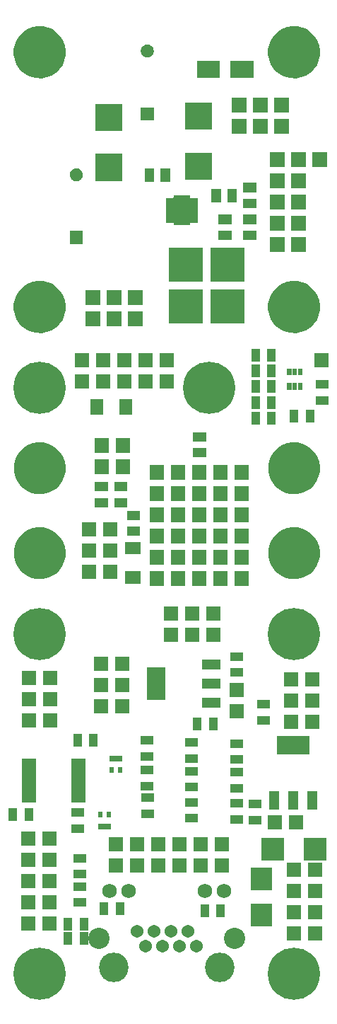
<source format=gbr>
G75*
G71*
%MOMM*%
%OFA0B0*%
%FSLAX53Y53*%
%IPPOS*%
%LPD*%
%ADD11R,1.12900X1.63700*%
%ADD15C,0.30000*%
%ADD16R,2.79016X2.73936*%
%ADD25C,0.50000*%
%ADD33R,1.54048X1.93926*%
%ADD36R,1.76400X1.76400*%
%ADD37R,1.25600X2.27200*%
%ADD40R,2.27200X1.25600*%
%ADD41C,1.54000*%
%ADD43R,0.53972X0.68958*%
%ADD46R,3.89760X2.27200*%
%ADD47C,1.74000*%
%ADD48C,6.24000*%
%ADD51R,1.63700X1.12900*%
%ADD52R,1.74000X0.69000*%
%ADD53C,2.54000*%
%ADD59R,2.54124X2.73936*%
%ADD60C,3.54000*%
%ADD63R,2.27200X3.89760*%
X0000000Y0000000D02*
G01*
D15*
D60*
X0013716Y0005588D03*
X0026416Y0005588D03*
D53*
X0028196Y0009018D03*
X0011936Y0009018D03*
D41*
X0017526Y0008128D03*
X0019556Y0008128D03*
X0021586Y0008128D03*
X0023616Y0008128D03*
X0016506Y0009908D03*
X0018536Y0009908D03*
X0020566Y0009908D03*
X0022596Y0009908D03*
D47*
X0026926Y0014728D03*
X0024636Y0014728D03*
X0015496Y0014728D03*
X0013206Y0014728D03*
D36*
X0035306Y0017272D03*
X0037846Y0017272D03*
X0035306Y0014732D03*
X0037846Y0014732D03*
X0035306Y0012192D03*
X0037846Y0012192D03*
X0035306Y0009652D03*
X0037846Y0009652D03*
D51*
X0030607Y0025083D03*
X0030607Y0023178D03*
X0031623Y0035116D03*
X0031623Y0037021D03*
D11*
X0025591Y0034671D03*
X0023686Y0034671D03*
D51*
X0028448Y0040831D03*
X0028448Y0042736D03*
D11*
X0003493Y0023876D03*
X0001588Y0023876D03*
D36*
X0013970Y0017780D03*
X0013970Y0020320D03*
X0016510Y0017780D03*
X0016510Y0020320D03*
X0019050Y0017780D03*
X0019050Y0020320D03*
X0021590Y0017780D03*
X0021590Y0020320D03*
X0024130Y0017780D03*
X0024130Y0020320D03*
X0026670Y0017780D03*
X0026670Y0020320D03*
X0034925Y0040005D03*
X0037465Y0040005D03*
X0034925Y0037465D03*
X0037465Y0037465D03*
X0034925Y0034925D03*
X0037465Y0034925D03*
X0028448Y0038735D03*
X0028448Y0036195D03*
X0014732Y0036830D03*
X0014732Y0039370D03*
X0014732Y0041910D03*
X0020574Y0045339D03*
X0020574Y0047879D03*
X0023114Y0045339D03*
X0023114Y0047879D03*
X0025654Y0045339D03*
X0025654Y0047879D03*
X0003493Y0037656D03*
X0006033Y0037656D03*
X0005969Y0020955D03*
X0003429Y0020955D03*
X0005969Y0013335D03*
X0003429Y0013335D03*
X0005969Y0015875D03*
X0003429Y0015875D03*
X0005969Y0018415D03*
X0003429Y0018415D03*
X0005969Y0010795D03*
X0003429Y0010795D03*
D48*
X0004826Y0045466D03*
X0035306Y0004826D03*
X0004826Y0004826D03*
X0035306Y0045466D03*
D11*
X0024575Y0012319D03*
X0026480Y0012319D03*
X0014415Y0012573D03*
X0012510Y0012573D03*
D51*
X0017704Y0032703D03*
X0017704Y0030798D03*
X0017691Y0029159D03*
X0017691Y0027254D03*
X0017717Y0025845D03*
X0017717Y0023940D03*
X0023012Y0032474D03*
X0023012Y0030569D03*
X0023012Y0029045D03*
X0023012Y0027140D03*
X0023012Y0025311D03*
X0023012Y0023406D03*
X0028448Y0032347D03*
X0028448Y0030442D03*
X0028448Y0028918D03*
X0028448Y0027013D03*
X0028448Y0025184D03*
X0028448Y0023279D03*
D11*
X0009335Y0032703D03*
X0011240Y0032703D03*
D51*
X0009622Y0016734D03*
X0009622Y0018639D03*
D46*
X0035179Y0032131D03*
D37*
X0035179Y0025527D03*
X0032893Y0025527D03*
X0037465Y0025527D03*
D63*
X0018796Y0039497D03*
D40*
X0025400Y0039497D03*
X0025400Y0037211D03*
X0025400Y0041783D03*
D52*
X0003552Y0025665D03*
X0003552Y0026315D03*
X0003552Y0026965D03*
X0003552Y0027615D03*
X0003552Y0028265D03*
X0003552Y0028915D03*
X0003552Y0029565D03*
X0003552Y0030215D03*
X0009452Y0030215D03*
X0009452Y0029565D03*
X0009452Y0028915D03*
X0009452Y0028265D03*
X0009452Y0027615D03*
X0009452Y0026965D03*
X0009452Y0026315D03*
X0009452Y0025665D03*
D16*
X0037831Y0019685D03*
X0032781Y0019685D03*
D51*
X0009398Y0024067D03*
X0009398Y0022162D03*
D43*
X0013073Y0022413D03*
X0012073Y0022413D03*
X0013073Y0023815D03*
X0012573Y0022413D03*
X0012073Y0023815D03*
X0013470Y0030546D03*
X0014470Y0030546D03*
X0013470Y0029144D03*
X0013970Y0030546D03*
X0014470Y0029144D03*
D36*
X0012192Y0036830D03*
X0012192Y0039370D03*
X0012192Y0041910D03*
X0032957Y0022924D03*
X0035497Y0022924D03*
D51*
X0009589Y0015240D03*
X0009589Y0013335D03*
D36*
X0006033Y0035116D03*
X0003493Y0035116D03*
D11*
X0010097Y0009017D03*
X0008192Y0009017D03*
X0008192Y0010732D03*
X0010097Y0010732D03*
D36*
X0006045Y0040183D03*
X0003505Y0040183D03*
D59*
X0031394Y0011821D03*
X0031394Y0016119D03*
X0000000Y0050292D02*
G01*
D25*
G36*
X0032208Y0055444D02*
X0032330Y0056039D01*
X0032566Y0056600D01*
X0032906Y0057104D01*
X0033337Y0057532D01*
X0033844Y0057868D01*
X0034406Y0058100D01*
X0035002Y0058218D01*
X0035002Y0058218D01*
X0035002Y0058218D01*
X0035696Y0058208D01*
X0035697Y0058208D01*
X0035697Y0058208D01*
X0036289Y0058074D01*
X0036845Y0057826D01*
X0037341Y0057476D01*
X0037761Y0057036D01*
X0038086Y0056522D01*
X0038306Y0055956D01*
X0038412Y0055357D01*
X0038399Y0054749D01*
X0038269Y0054155D01*
X0038025Y0053598D01*
X0037678Y0053099D01*
X0037241Y0052677D01*
X0036730Y0052347D01*
X0036165Y0052124D01*
X0035567Y0052014D01*
X0034959Y0052022D01*
X0034364Y0052149D01*
X0033805Y0052388D01*
X0033304Y0052732D01*
X0032878Y0053166D01*
X0032545Y0053675D01*
X0032318Y0054239D01*
X0032204Y0054836D01*
X0032208Y0055444D01*
X0032208Y0055444D01*
G37*
G36*
X0032208Y0065604D02*
X0032330Y0066199D01*
X0032566Y0066760D01*
X0032906Y0067264D01*
X0033337Y0067692D01*
X0033844Y0068028D01*
X0034406Y0068260D01*
X0035002Y0068378D01*
X0035002Y0068378D01*
X0035002Y0068378D01*
X0035696Y0068368D01*
X0035697Y0068368D01*
X0035697Y0068368D01*
X0036289Y0068234D01*
X0036845Y0067986D01*
X0037341Y0067636D01*
X0037761Y0067196D01*
X0038086Y0066682D01*
X0038306Y0066116D01*
X0038412Y0065517D01*
X0038399Y0064909D01*
X0038269Y0064315D01*
X0038025Y0063758D01*
X0037678Y0063259D01*
X0037241Y0062837D01*
X0036730Y0062507D01*
X0036165Y0062284D01*
X0035567Y0062174D01*
X0034959Y0062182D01*
X0034364Y0062309D01*
X0033805Y0062548D01*
X0033304Y0062892D01*
X0032878Y0063326D01*
X0032545Y0063835D01*
X0032318Y0064399D01*
X0032204Y0064996D01*
X0032208Y0065604D01*
X0032208Y0065604D01*
G37*
G36*
X0029881Y0058012D02*
X0029881Y0056288D01*
X0028157Y0056288D01*
X0028157Y0058012D01*
X0029881Y0058012D01*
X0029881Y0058012D01*
G37*
G36*
X0029881Y0065632D02*
X0029881Y0063908D01*
X0028157Y0063908D01*
X0028157Y0065632D01*
X0029881Y0065632D01*
X0029881Y0065632D01*
G37*
G36*
X0029881Y0063092D02*
X0029881Y0061368D01*
X0028157Y0061368D01*
X0028157Y0063092D01*
X0029881Y0063092D01*
X0029881Y0063092D01*
G37*
G36*
X0029881Y0055472D02*
X0029881Y0053748D01*
X0028157Y0053748D01*
X0028157Y0055472D01*
X0029881Y0055472D01*
X0029881Y0055472D01*
G37*
G36*
X0029881Y0052932D02*
X0029881Y0051208D01*
X0028157Y0051208D01*
X0028157Y0052932D01*
X0029881Y0052932D01*
X0029881Y0052932D01*
G37*
G36*
X0029881Y0060552D02*
X0029881Y0058828D01*
X0028157Y0058828D01*
X0028157Y0060552D01*
X0029881Y0060552D01*
X0029881Y0060552D01*
G37*
G36*
X0027341Y0058012D02*
X0027341Y0056288D01*
X0025617Y0056288D01*
X0025617Y0058012D01*
X0027341Y0058012D01*
X0027341Y0058012D01*
G37*
G36*
X0027341Y0060552D02*
X0027341Y0058828D01*
X0025617Y0058828D01*
X0025617Y0060552D01*
X0027341Y0060552D01*
X0027341Y0060552D01*
G37*
G36*
X0027341Y0055472D02*
X0027341Y0053748D01*
X0025617Y0053748D01*
X0025617Y0055472D01*
X0027341Y0055472D01*
X0027341Y0055472D01*
G37*
G36*
X0027341Y0065632D02*
X0027341Y0063908D01*
X0025617Y0063908D01*
X0025617Y0065632D01*
X0027341Y0065632D01*
X0027341Y0065632D01*
G37*
G36*
X0027341Y0063092D02*
X0027341Y0061368D01*
X0025617Y0061368D01*
X0025617Y0063092D01*
X0027341Y0063092D01*
X0027341Y0063092D01*
G37*
G36*
X0027341Y0052932D02*
X0027341Y0051208D01*
X0025617Y0051208D01*
X0025617Y0052932D01*
X0027341Y0052932D01*
X0027341Y0052932D01*
G37*
G36*
X0024801Y0052932D02*
X0024801Y0051208D01*
X0023077Y0051208D01*
X0023077Y0052932D01*
X0024801Y0052932D01*
X0024801Y0052932D01*
G37*
G36*
X0024801Y0055472D02*
X0024801Y0053748D01*
X0023077Y0053748D01*
X0023077Y0055472D01*
X0024801Y0055472D01*
X0024801Y0055472D01*
G37*
G36*
X0024801Y0060552D02*
X0024801Y0058828D01*
X0023077Y0058828D01*
X0023077Y0060552D01*
X0024801Y0060552D01*
X0024801Y0060552D01*
G37*
G36*
X0024801Y0058012D02*
X0024801Y0056288D01*
X0023077Y0056288D01*
X0023077Y0058012D01*
X0024801Y0058012D01*
X0024801Y0058012D01*
G37*
G36*
X0024801Y0069569D02*
X0024801Y0068480D01*
X0023204Y0068480D01*
X0023204Y0069569D01*
X0024801Y0069569D01*
X0024801Y0069569D01*
G37*
G36*
X0024801Y0065632D02*
X0024801Y0063908D01*
X0023077Y0063908D01*
X0023077Y0065632D01*
X0024801Y0065632D01*
X0024801Y0065632D01*
G37*
G36*
X0024801Y0063092D02*
X0024801Y0061368D01*
X0023077Y0061368D01*
X0023077Y0063092D01*
X0024801Y0063092D01*
X0024801Y0063092D01*
G37*
G36*
X0024801Y0067664D02*
X0024801Y0066575D01*
X0023204Y0066575D01*
X0023204Y0067664D01*
X0024801Y0067664D01*
X0024801Y0067664D01*
G37*
G36*
X0022261Y0055472D02*
X0022261Y0053748D01*
X0020537Y0053748D01*
X0020537Y0055472D01*
X0022261Y0055472D01*
X0022261Y0055472D01*
G37*
G36*
X0022261Y0052932D02*
X0022261Y0051208D01*
X0020537Y0051208D01*
X0020537Y0052932D01*
X0022261Y0052932D01*
X0022261Y0052932D01*
G37*
G36*
X0022261Y0060552D02*
X0022261Y0058828D01*
X0020537Y0058828D01*
X0020537Y0060552D01*
X0022261Y0060552D01*
X0022261Y0060552D01*
G37*
G36*
X0022261Y0063092D02*
X0022261Y0061368D01*
X0020537Y0061368D01*
X0020537Y0063092D01*
X0022261Y0063092D01*
X0022261Y0063092D01*
G37*
G36*
X0022261Y0058012D02*
X0022261Y0056288D01*
X0020537Y0056288D01*
X0020537Y0058012D01*
X0022261Y0058012D01*
X0022261Y0058012D01*
G37*
G36*
X0022261Y0065632D02*
X0022261Y0063908D01*
X0020537Y0063908D01*
X0020537Y0065632D01*
X0022261Y0065632D01*
X0022261Y0065632D01*
G37*
G36*
X0019721Y0055472D02*
X0019721Y0053748D01*
X0017997Y0053748D01*
X0017997Y0055472D01*
X0019721Y0055472D01*
X0019721Y0055472D01*
G37*
G36*
X0019721Y0052932D02*
X0019721Y0051208D01*
X0017997Y0051208D01*
X0017997Y0052932D01*
X0019721Y0052932D01*
X0019721Y0052932D01*
G37*
G36*
X0019721Y0065632D02*
X0019721Y0063908D01*
X0017997Y0063908D01*
X0017997Y0065632D01*
X0019721Y0065632D01*
X0019721Y0065632D01*
G37*
G36*
X0019721Y0060552D02*
X0019721Y0058828D01*
X0017997Y0058828D01*
X0017997Y0060552D01*
X0019721Y0060552D01*
X0019721Y0060552D01*
G37*
G36*
X0019721Y0058012D02*
X0019721Y0056288D01*
X0017997Y0056288D01*
X0017997Y0058012D01*
X0019721Y0058012D01*
X0019721Y0058012D01*
G37*
G36*
X0019721Y0063092D02*
X0019721Y0061368D01*
X0017997Y0061368D01*
X0017997Y0063092D01*
X0019721Y0063092D01*
X0019721Y0063092D01*
G37*
G36*
X0016952Y0056475D02*
X0016952Y0054975D01*
X0015052Y0054975D01*
X0015052Y0056475D01*
X0016952Y0056475D01*
X0016952Y0056475D01*
G37*
G36*
X0016952Y0052975D02*
X0016952Y0051475D01*
X0015052Y0051475D01*
X0015052Y0052975D01*
X0016952Y0052975D01*
X0016952Y0052975D01*
G37*
G36*
X0016864Y0058266D02*
X0016864Y0057177D01*
X0015267Y0057177D01*
X0015267Y0058266D01*
X0016864Y0058266D01*
X0016864Y0058266D01*
G37*
G36*
X0016864Y0060171D02*
X0016864Y0059082D01*
X0015267Y0059082D01*
X0015267Y0060171D01*
X0016864Y0060171D01*
X0016864Y0060171D01*
G37*
G36*
X0015657Y0066331D02*
X0015657Y0064607D01*
X0013933Y0064607D01*
X0013933Y0066331D01*
X0015657Y0066331D01*
X0015657Y0066331D01*
G37*
G36*
X0015657Y0068871D02*
X0015657Y0067147D01*
X0013933Y0067147D01*
X0013933Y0068871D01*
X0015657Y0068871D01*
X0015657Y0068871D01*
G37*
G36*
X0015340Y0061695D02*
X0015340Y0060606D01*
X0013743Y0060606D01*
X0013743Y0061695D01*
X0015340Y0061695D01*
X0015340Y0061695D01*
G37*
G36*
X0015340Y0063600D02*
X0015340Y0062511D01*
X0013743Y0062511D01*
X0013743Y0063600D01*
X0015340Y0063600D01*
X0015340Y0063600D01*
G37*
G36*
X0014133Y0053758D02*
X0014133Y0052034D01*
X0012409Y0052034D01*
X0012409Y0053758D01*
X0014133Y0053758D01*
X0014133Y0053758D01*
G37*
G36*
X0014133Y0056298D02*
X0014133Y0054574D01*
X0012409Y0054574D01*
X0012409Y0056298D01*
X0014133Y0056298D01*
X0014133Y0056298D01*
G37*
G36*
X0014133Y0058838D02*
X0014133Y0057114D01*
X0012409Y0057114D01*
X0012409Y0058838D01*
X0014133Y0058838D01*
X0014133Y0058838D01*
G37*
G36*
X0013117Y0066331D02*
X0013117Y0064607D01*
X0011393Y0064607D01*
X0011393Y0066331D01*
X0013117Y0066331D01*
X0013117Y0066331D01*
G37*
G36*
X0013117Y0068871D02*
X0013117Y0067147D01*
X0011393Y0067147D01*
X0011393Y0068871D01*
X0013117Y0068871D01*
X0013117Y0068871D01*
G37*
G36*
X0012990Y0063600D02*
X0012990Y0062511D01*
X0011393Y0062511D01*
X0011393Y0063600D01*
X0012990Y0063600D01*
X0012990Y0063600D01*
G37*
G36*
X0012990Y0061695D02*
X0012990Y0060606D01*
X0011393Y0060606D01*
X0011393Y0061695D01*
X0012990Y0061695D01*
X0012990Y0061695D01*
G37*
G36*
X0011593Y0058838D02*
X0011593Y0057114D01*
X0009869Y0057114D01*
X0009869Y0058838D01*
X0011593Y0058838D01*
X0011593Y0058838D01*
G37*
G36*
X0011593Y0056298D02*
X0011593Y0054574D01*
X0009869Y0054574D01*
X0009869Y0056298D01*
X0011593Y0056298D01*
X0011593Y0056298D01*
G37*
G36*
X0011593Y0053758D02*
X0011593Y0052034D01*
X0009869Y0052034D01*
X0009869Y0053758D01*
X0011593Y0053758D01*
X0011593Y0053758D01*
G37*
G36*
X0001728Y0055444D02*
X0001850Y0056039D01*
X0002086Y0056600D01*
X0002426Y0057104D01*
X0002857Y0057532D01*
X0003364Y0057868D01*
X0003926Y0058100D01*
X0004522Y0058218D01*
X0004522Y0058218D01*
X0004522Y0058218D01*
X0005216Y0058208D01*
X0005217Y0058208D01*
X0005217Y0058208D01*
X0005809Y0058074D01*
X0006365Y0057826D01*
X0006861Y0057476D01*
X0007281Y0057036D01*
X0007606Y0056522D01*
X0007826Y0055956D01*
X0007932Y0055357D01*
X0007919Y0054749D01*
X0007789Y0054155D01*
X0007545Y0053598D01*
X0007198Y0053099D01*
X0006761Y0052677D01*
X0006250Y0052347D01*
X0005685Y0052124D01*
X0005087Y0052014D01*
X0004479Y0052022D01*
X0003884Y0052149D01*
X0003325Y0052388D01*
X0002824Y0052732D01*
X0002398Y0053166D01*
X0002065Y0053675D01*
X0001838Y0054239D01*
X0001724Y0054836D01*
X0001728Y0055444D01*
X0001728Y0055444D01*
G37*
G36*
X0001728Y0065604D02*
X0001850Y0066199D01*
X0002086Y0066760D01*
X0002426Y0067264D01*
X0002857Y0067692D01*
X0003364Y0068028D01*
X0003926Y0068260D01*
X0004522Y0068378D01*
X0004522Y0068378D01*
X0004522Y0068378D01*
X0005216Y0068368D01*
X0005217Y0068368D01*
X0005217Y0068368D01*
X0005809Y0068234D01*
X0006365Y0067986D01*
X0006861Y0067636D01*
X0007281Y0067196D01*
X0007606Y0066682D01*
X0007826Y0066116D01*
X0007932Y0065517D01*
X0007919Y0064909D01*
X0007789Y0064315D01*
X0007545Y0063758D01*
X0007198Y0063259D01*
X0006761Y0062837D01*
X0006250Y0062507D01*
X0005685Y0062284D01*
X0005087Y0062174D01*
X0004479Y0062182D01*
X0003884Y0062309D01*
X0003325Y0062548D01*
X0002824Y0062892D01*
X0002398Y0063326D01*
X0002065Y0063835D01*
X0001838Y0064399D01*
X0001724Y0064996D01*
X0001728Y0065604D01*
X0001728Y0065604D01*
G37*
X0000000Y0070104D02*
G01*
D25*
D11*
X0032576Y0076962D03*
X0030671Y0076962D03*
X0032576Y0075057D03*
X0030671Y0075057D03*
D48*
X0025146Y0074930D03*
X0004826Y0074930D03*
D11*
X0030671Y0073152D03*
X0032576Y0073152D03*
X0030671Y0078804D03*
X0032576Y0078804D03*
X0030671Y0071247D03*
X0032576Y0071247D03*
X0035306Y0071501D03*
X0037211Y0071501D03*
D51*
X0038672Y0073406D03*
X0038672Y0075311D03*
D36*
X0009906Y0075692D03*
X0009906Y0078232D03*
X0012446Y0075692D03*
X0012446Y0078232D03*
X0014986Y0075692D03*
X0014986Y0078232D03*
X0017526Y0075692D03*
X0017526Y0078232D03*
X0020066Y0075692D03*
X0020066Y0078232D03*
D33*
X0011648Y0072644D03*
X0015149Y0072644D03*
D36*
X0038608Y0078232D03*
D25*
G36*
X0034990Y0076426D02*
X0034450Y0076426D01*
X0034450Y0077216D01*
X0034990Y0077216D01*
X0034990Y0076426D01*
X0034990Y0076426D01*
G37*
G36*
X0035640Y0076426D02*
X0035100Y0076426D01*
X0035100Y0077216D01*
X0035640Y0077216D01*
X0035640Y0076426D01*
X0035640Y0076426D01*
G37*
G36*
X0036290Y0076426D02*
X0035750Y0076426D01*
X0035750Y0077216D01*
X0036290Y0077216D01*
X0036290Y0076426D01*
X0036290Y0076426D01*
G37*
G36*
X0036290Y0074676D02*
X0035750Y0074676D01*
X0035750Y0075466D01*
X0036290Y0075466D01*
X0036290Y0074676D01*
X0036290Y0074676D01*
G37*
G36*
X0035640Y0074676D02*
X0035100Y0074676D01*
X0035100Y0075466D01*
X0035640Y0075466D01*
X0035640Y0074676D01*
X0035640Y0074676D01*
G37*
G36*
X0034990Y0074676D02*
X0034450Y0074676D01*
X0034450Y0075466D01*
X0034990Y0075466D01*
X0034990Y0074676D01*
X0034990Y0074676D01*
G37*
X0000000Y0079756D02*
G01*
D25*
G36*
X0039236Y0103117D02*
X0039236Y0101353D01*
X0037472Y0101353D01*
X0037472Y0103117D01*
X0039236Y0103117D01*
X0039236Y0103117D01*
G37*
G36*
X0032188Y0084910D02*
X0032311Y0085509D01*
X0032548Y0086073D01*
X0032890Y0086580D01*
X0033325Y0087012D01*
X0033834Y0087350D01*
X0034400Y0087583D01*
X0035000Y0087702D01*
X0035000Y0087702D01*
X0035000Y0087702D01*
X0035699Y0087692D01*
X0035699Y0087692D01*
X0035699Y0087692D01*
X0036296Y0087557D01*
X0036855Y0087308D01*
X0037355Y0086955D01*
X0037776Y0086512D01*
X0038104Y0085996D01*
X0038326Y0085425D01*
X0038432Y0084823D01*
X0038419Y0084211D01*
X0038288Y0083613D01*
X0038043Y0083053D01*
X0037693Y0082550D01*
X0037253Y0082125D01*
X0036739Y0081794D01*
X0036170Y0081568D01*
X0035568Y0081458D01*
X0034957Y0081466D01*
X0034358Y0081594D01*
X0033796Y0081835D01*
X0033291Y0082180D01*
X0032863Y0082618D01*
X0032528Y0083130D01*
X0032298Y0083697D01*
X0032184Y0084298D01*
X0032188Y0084910D01*
X0032188Y0084910D01*
G37*
G36*
X0032188Y0115390D02*
X0032311Y0115989D01*
X0032548Y0116553D01*
X0032890Y0117060D01*
X0033325Y0117492D01*
X0033834Y0117830D01*
X0034400Y0118063D01*
X0035000Y0118182D01*
X0035000Y0118182D01*
X0035000Y0118182D01*
X0035699Y0118172D01*
X0035699Y0118172D01*
X0035699Y0118172D01*
X0036296Y0118037D01*
X0036855Y0117788D01*
X0037355Y0117435D01*
X0037776Y0116992D01*
X0038104Y0116476D01*
X0038326Y0115905D01*
X0038432Y0115303D01*
X0038419Y0114691D01*
X0038288Y0114093D01*
X0038043Y0113533D01*
X0037693Y0113030D01*
X0037253Y0112605D01*
X0036739Y0112274D01*
X0036170Y0112048D01*
X0035568Y0111938D01*
X0034957Y0111946D01*
X0034358Y0112074D01*
X0033796Y0112315D01*
X0033291Y0112660D01*
X0032863Y0113098D01*
X0032528Y0113610D01*
X0032298Y0114177D01*
X0032184Y0114778D01*
X0032188Y0115390D01*
X0032188Y0115390D01*
G37*
G36*
X0036696Y0092957D02*
X0036696Y0091193D01*
X0034932Y0091193D01*
X0034932Y0092957D01*
X0036696Y0092957D01*
X0036696Y0092957D01*
G37*
G36*
X0036696Y0095497D02*
X0036696Y0093733D01*
X0034932Y0093733D01*
X0034932Y0095497D01*
X0036696Y0095497D01*
X0036696Y0095497D01*
G37*
G36*
X0036696Y0098037D02*
X0036696Y0096273D01*
X0034932Y0096273D01*
X0034932Y0098037D01*
X0036696Y0098037D01*
X0036696Y0098037D01*
G37*
G36*
X0036696Y0103117D02*
X0036696Y0101353D01*
X0034932Y0101353D01*
X0034932Y0103117D01*
X0036696Y0103117D01*
X0036696Y0103117D01*
G37*
G36*
X0036696Y0100577D02*
X0036696Y0098813D01*
X0034932Y0098813D01*
X0034932Y0100577D01*
X0036696Y0100577D01*
X0036696Y0100577D01*
G37*
G36*
X0034664Y0109594D02*
X0034664Y0107830D01*
X0032900Y0107830D01*
X0032900Y0109594D01*
X0034664Y0109594D01*
X0034664Y0109594D01*
G37*
G36*
X0034664Y0107054D02*
X0034664Y0105290D01*
X0032900Y0105290D01*
X0032900Y0107054D01*
X0034664Y0107054D01*
X0034664Y0107054D01*
G37*
G36*
X0034156Y0103117D02*
X0034156Y0101353D01*
X0032392Y0101353D01*
X0032392Y0103117D01*
X0034156Y0103117D01*
X0034156Y0103117D01*
G37*
G36*
X0034156Y0092957D02*
X0034156Y0091193D01*
X0032392Y0091193D01*
X0032392Y0092957D01*
X0034156Y0092957D01*
X0034156Y0092957D01*
G37*
G36*
X0034156Y0095497D02*
X0034156Y0093733D01*
X0032392Y0093733D01*
X0032392Y0095497D01*
X0034156Y0095497D01*
X0034156Y0095497D01*
G37*
G36*
X0034156Y0100577D02*
X0034156Y0098813D01*
X0032392Y0098813D01*
X0032392Y0100577D01*
X0034156Y0100577D01*
X0034156Y0100577D01*
G37*
G36*
X0034156Y0098037D02*
X0034156Y0096273D01*
X0032392Y0096273D01*
X0032392Y0098037D01*
X0034156Y0098037D01*
X0034156Y0098037D01*
G37*
G36*
X0032124Y0107054D02*
X0032124Y0105290D01*
X0030360Y0105290D01*
X0030360Y0107054D01*
X0032124Y0107054D01*
X0032124Y0107054D01*
G37*
G36*
X0032124Y0109594D02*
X0032124Y0107830D01*
X0030360Y0107830D01*
X0030360Y0109594D01*
X0032124Y0109594D01*
X0032124Y0109594D01*
G37*
G36*
X0030790Y0099434D02*
X0030790Y0098305D01*
X0029153Y0098305D01*
X0029153Y0099434D01*
X0030790Y0099434D01*
X0030790Y0099434D01*
G37*
G36*
X0030790Y0097529D02*
X0030790Y0096400D01*
X0029153Y0096400D01*
X0029153Y0097529D01*
X0030790Y0097529D01*
X0030790Y0097529D01*
G37*
G36*
X0030790Y0095624D02*
X0030790Y0094495D01*
X0029153Y0094495D01*
X0029153Y0095624D01*
X0030790Y0095624D01*
X0030790Y0095624D01*
G37*
G36*
X0030790Y0093719D02*
X0030790Y0092590D01*
X0029153Y0092590D01*
X0029153Y0093719D01*
X0030790Y0093719D01*
X0030790Y0093719D01*
G37*
G36*
X0030420Y0114050D02*
X0030420Y0112010D01*
X0027680Y0112010D01*
X0027680Y0114050D01*
X0030420Y0114050D01*
X0030420Y0114050D01*
G37*
G36*
X0029584Y0109594D02*
X0029584Y0107830D01*
X0027820Y0107830D01*
X0027820Y0109594D01*
X0029584Y0109594D01*
X0029584Y0109594D01*
G37*
G36*
X0029584Y0107054D02*
X0029584Y0105290D01*
X0027820Y0105290D01*
X0027820Y0107054D01*
X0029584Y0107054D01*
X0029584Y0107054D01*
G37*
G36*
X0029330Y0091687D02*
X0029330Y0087637D01*
X0025280Y0087637D01*
X0025280Y0091687D01*
X0029330Y0091687D01*
X0029330Y0091687D01*
G37*
G36*
X0029330Y0086687D02*
X0029330Y0082637D01*
X0025280Y0082637D01*
X0025280Y0086687D01*
X0029330Y0086687D01*
X0029330Y0086687D01*
G37*
G36*
X0028441Y0098736D02*
X0028441Y0097099D01*
X0027312Y0097099D01*
X0027312Y0098736D01*
X0028441Y0098736D01*
X0028441Y0098736D01*
G37*
G36*
X0027869Y0095624D02*
X0027869Y0094495D01*
X0026232Y0094495D01*
X0026232Y0095624D01*
X0027869Y0095624D01*
X0027869Y0095624D01*
G37*
G36*
X0027869Y0093719D02*
X0027869Y0092590D01*
X0026232Y0092590D01*
X0026232Y0093719D01*
X0027869Y0093719D01*
X0027869Y0093719D01*
G37*
G36*
X0026536Y0098736D02*
X0026536Y0097099D01*
X0025407Y0097099D01*
X0025407Y0098736D01*
X0026536Y0098736D01*
X0026536Y0098736D01*
G37*
G36*
X0026422Y0114050D02*
X0026422Y0112010D01*
X0023682Y0112010D01*
X0023682Y0114050D01*
X0026422Y0114050D01*
X0026422Y0114050D01*
G37*
G36*
X0025496Y0103014D02*
X0025496Y0099774D01*
X0022256Y0099774D01*
X0022256Y0103014D01*
X0025496Y0103014D01*
X0025496Y0103014D01*
G37*
G36*
X0025496Y0109014D02*
X0025496Y0105774D01*
X0022256Y0105774D01*
X0022256Y0109014D01*
X0025496Y0109014D01*
X0025496Y0109014D01*
G37*
G36*
X0024377Y0086687D02*
X0024377Y0082637D01*
X0020327Y0082637D01*
X0020327Y0086687D01*
X0024377Y0086687D01*
X0024377Y0086687D01*
G37*
G36*
X0024377Y0091687D02*
X0024377Y0087637D01*
X0020327Y0087637D01*
X0020327Y0091687D01*
X0024377Y0091687D01*
X0024377Y0091687D01*
G37*
G36*
X0020824Y0097634D02*
X0020838Y0097636D01*
X0020851Y0097642D01*
X0020861Y0097651D01*
X0020869Y0097663D01*
X0020873Y0097676D01*
X0020874Y0097684D01*
X0020874Y0097909D01*
X0022814Y0097909D01*
X0022814Y0097684D01*
X0022816Y0097670D01*
X0022822Y0097657D01*
X0022831Y0097647D01*
X0022843Y0097639D01*
X0022856Y0097635D01*
X0022864Y0097634D01*
X0023764Y0097634D01*
X0023764Y0094644D01*
X0022864Y0094644D01*
X0022850Y0094642D01*
X0022837Y0094636D01*
X0022827Y0094627D01*
X0022819Y0094615D01*
X0022815Y0094602D01*
X0022814Y0094594D01*
X0022814Y0094369D01*
X0020874Y0094369D01*
X0020874Y0094594D01*
X0020872Y0094608D01*
X0020866Y0094621D01*
X0020857Y0094631D01*
X0020845Y0094639D01*
X0020832Y0094643D01*
X0020824Y0094644D01*
X0019924Y0094644D01*
X0019924Y0097634D01*
X0020824Y0097634D01*
X0020824Y0097634D01*
G37*
G36*
X0020440Y0101149D02*
X0020440Y0099512D01*
X0019311Y0099512D01*
X0019311Y0101149D01*
X0020440Y0101149D01*
X0020440Y0101149D01*
G37*
G36*
X0018535Y0101149D02*
X0018535Y0099512D01*
X0017406Y0099512D01*
X0017406Y0101149D01*
X0018535Y0101149D01*
X0018535Y0101149D01*
G37*
G36*
X0016947Y0115277D02*
X0016977Y0115425D01*
X0017036Y0115564D01*
X0017120Y0115689D01*
X0017227Y0115796D01*
X0017353Y0115879D01*
X0017493Y0115937D01*
X0017641Y0115966D01*
X0017641Y0115966D01*
X0017641Y0115966D01*
X0017813Y0115964D01*
X0017814Y0115964D01*
X0017814Y0115964D01*
X0017961Y0115930D01*
X0018099Y0115869D01*
X0018222Y0115782D01*
X0018326Y0115672D01*
X0018407Y0115545D01*
X0018462Y0115404D01*
X0018488Y0115255D01*
X0018485Y0115104D01*
X0018452Y0114957D01*
X0018392Y0114819D01*
X0018306Y0114695D01*
X0018197Y0114590D01*
X0018070Y0114508D01*
X0017930Y0114452D01*
X0017781Y0114425D01*
X0017630Y0114427D01*
X0017483Y0114458D01*
X0017344Y0114518D01*
X0017219Y0114603D01*
X0017114Y0114711D01*
X0017031Y0114838D01*
X0016974Y0114978D01*
X0016946Y0115126D01*
X0016947Y0115277D01*
X0016947Y0115277D01*
G37*
G36*
X0018486Y0108466D02*
X0018486Y0106926D01*
X0016946Y0106926D01*
X0016946Y0108466D01*
X0018486Y0108466D01*
X0018486Y0108466D01*
G37*
G36*
X0017138Y0084067D02*
X0017138Y0082303D01*
X0015374Y0082303D01*
X0015374Y0084067D01*
X0017138Y0084067D01*
X0017138Y0084067D01*
G37*
G36*
X0017138Y0086607D02*
X0017138Y0084843D01*
X0015374Y0084843D01*
X0015374Y0086607D01*
X0017138Y0086607D01*
X0017138Y0086607D01*
G37*
G36*
X0014701Y0108887D02*
X0014701Y0105647D01*
X0011461Y0105647D01*
X0011461Y0108887D01*
X0014701Y0108887D01*
X0014701Y0108887D01*
G37*
G36*
X0014701Y0102887D02*
X0014701Y0099647D01*
X0011461Y0099647D01*
X0011461Y0102887D01*
X0014701Y0102887D01*
X0014701Y0102887D01*
G37*
G36*
X0014598Y0084067D02*
X0014598Y0082303D01*
X0012834Y0082303D01*
X0012834Y0084067D01*
X0014598Y0084067D01*
X0014598Y0084067D01*
G37*
G36*
X0014598Y0086607D02*
X0014598Y0084843D01*
X0012834Y0084843D01*
X0012834Y0086607D01*
X0014598Y0086607D01*
X0014598Y0086607D01*
G37*
G36*
X0012058Y0086607D02*
X0012058Y0084843D01*
X0010294Y0084843D01*
X0010294Y0086607D01*
X0012058Y0086607D01*
X0012058Y0086607D01*
G37*
G36*
X0012058Y0084067D02*
X0012058Y0082303D01*
X0010294Y0082303D01*
X0010294Y0084067D01*
X0012058Y0084067D01*
X0012058Y0084067D01*
G37*
G36*
X0008438Y0100481D02*
X0008468Y0100629D01*
X0008527Y0100769D01*
X0008611Y0100894D01*
X0008718Y0101000D01*
X0008844Y0101084D01*
X0008984Y0101141D01*
X0009132Y0101170D01*
X0009132Y0101170D01*
X0009132Y0101171D01*
X0009304Y0101168D01*
X0009305Y0101168D01*
X0009305Y0101168D01*
X0009452Y0101135D01*
X0009590Y0101073D01*
X0009713Y0100986D01*
X0009817Y0100877D01*
X0009898Y0100749D01*
X0009953Y0100609D01*
X0009979Y0100460D01*
X0009976Y0100309D01*
X0009943Y0100161D01*
X0009883Y0100023D01*
X0009797Y0099899D01*
X0009688Y0099794D01*
X0009561Y0099712D01*
X0009421Y0099657D01*
X0009272Y0099629D01*
X0009121Y0099632D01*
X0008974Y0099663D01*
X0008835Y0099722D01*
X0008710Y0099808D01*
X0008605Y0099916D01*
X0008522Y0100042D01*
X0008465Y0100182D01*
X0008437Y0100330D01*
X0008438Y0100481D01*
X0008438Y0100481D01*
G37*
G36*
X0009977Y0093671D02*
X0009977Y0092131D01*
X0008437Y0092131D01*
X0008437Y0093671D01*
X0009977Y0093671D01*
X0009977Y0093671D01*
G37*
G36*
X0001708Y0115390D02*
X0001831Y0115989D01*
X0002068Y0116553D01*
X0002410Y0117060D01*
X0002845Y0117492D01*
X0003354Y0117830D01*
X0003920Y0118063D01*
X0004520Y0118182D01*
X0004520Y0118182D01*
X0004520Y0118182D01*
X0005219Y0118172D01*
X0005219Y0118172D01*
X0005219Y0118172D01*
X0005816Y0118037D01*
X0006375Y0117788D01*
X0006875Y0117435D01*
X0007296Y0116992D01*
X0007624Y0116476D01*
X0007846Y0115905D01*
X0007952Y0115303D01*
X0007939Y0114691D01*
X0007808Y0114093D01*
X0007563Y0113533D01*
X0007213Y0113030D01*
X0006773Y0112605D01*
X0006259Y0112274D01*
X0005690Y0112048D01*
X0005088Y0111938D01*
X0004477Y0111946D01*
X0003878Y0112074D01*
X0003316Y0112315D01*
X0002811Y0112660D01*
X0002383Y0113098D01*
X0002048Y0113610D01*
X0001818Y0114177D01*
X0001704Y0114778D01*
X0001708Y0115390D01*
X0001708Y0115390D01*
G37*
G36*
X0001708Y0084910D02*
X0001831Y0085509D01*
X0002068Y0086073D01*
X0002410Y0086580D01*
X0002845Y0087012D01*
X0003354Y0087350D01*
X0003920Y0087583D01*
X0004520Y0087702D01*
X0004520Y0087702D01*
X0004520Y0087702D01*
X0005219Y0087692D01*
X0005219Y0087692D01*
X0005219Y0087692D01*
X0005816Y0087557D01*
X0006375Y0087308D01*
X0006875Y0086955D01*
X0007296Y0086512D01*
X0007624Y0085996D01*
X0007846Y0085425D01*
X0007952Y0084823D01*
X0007939Y0084211D01*
X0007808Y0083613D01*
X0007563Y0083053D01*
X0007213Y0082550D01*
X0006773Y0082125D01*
X0006259Y0081794D01*
X0005690Y0081568D01*
X0005088Y0081458D01*
X0004477Y0081466D01*
X0003878Y0081594D01*
X0003316Y0081835D01*
X0002811Y0082180D01*
X0002383Y0082618D01*
X0002048Y0083130D01*
X0001818Y0083697D01*
X0001704Y0084298D01*
X0001708Y0084910D01*
X0001708Y0084910D01*
G37*
M02*

</source>
